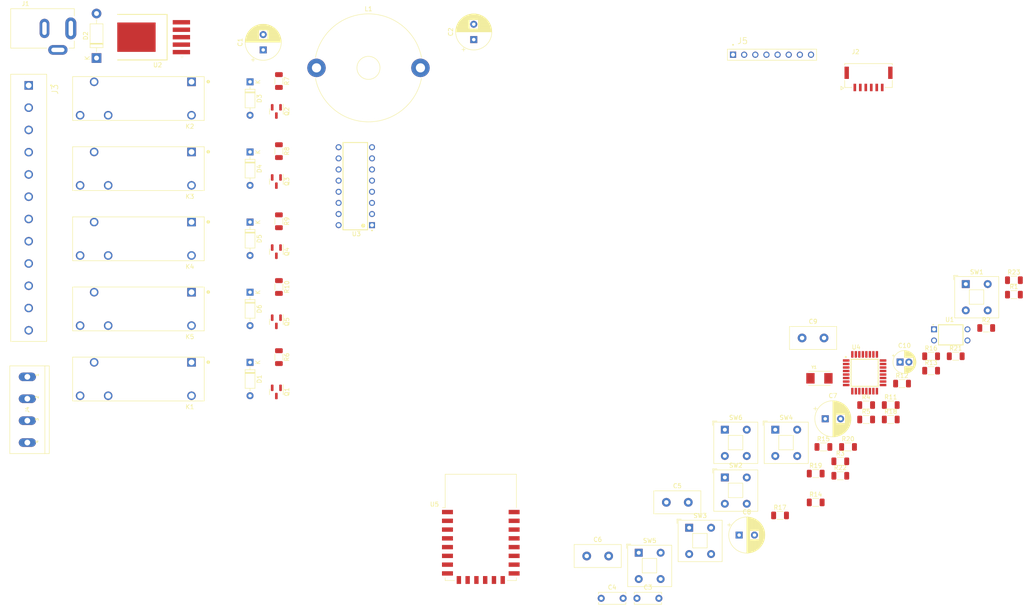
<source format=kicad_pcb>
(kicad_pcb (version 20211014) (generator pcbnew)
  (layers (0 "F.Cu" signal) (31 "B.Cu" signal) (34 "B.Paste" user) (35 "F.Paste" user) (36 "B.SilkS" user "B.Silkscreen") (37 "F.SilkS" user "F.Silkscreen") (38 "B.Mask" user) (39 "F.Mask" user) (44 "Edge.Cuts" user))
  (net 0 "")
  (net 1 "Net-(C1-Pad1)")
  (net 2 "GND")
  (net 3 "+3.3V")
  (net 4 "Net-(C3-Pad2)")
  (net 5 "Net-(C4-Pad2)")
  (net 6 "/NRST")
  (net 7 "/ESP RESET")
  (net 8 "+24V")
  (net 9 "Net-(D1-Pad2)")
  (net 10 "Net-(D2-Pad1)")
  (net 11 "Net-(D3-Pad2)")
  (net 12 "Net-(D4-Pad2)")
  (net 13 "Net-(D5-Pad2)")
  (net 14 "Net-(D6-Pad2)")
  (net 15 "/SYS SWCLK")
  (net 16 "/SYS SWDIO")
  (net 17 "/SWO")
  (net 18 "/V1 Open")
  (net 19 "/V1 Close")
  (net 20 "/V2 Open")
  (net 21 "/V2 Close")
  (net 22 "/V3 Open")
  (net 23 "/V3 Close")
  (net 24 "/V4 Open")
  (net 25 "/V4 Close")
  (net 26 "Net-(J4-Pad3)")
  (net 27 "/Rain Sensor")
  (net 28 "/Rain Sensor Power")
  (net 29 "/Scr RESET")
  (net 30 "/Scr CE{slash}DC")
  (net 31 "/Scr Din")
  (net 32 "/Scr CLK")
  (net 33 "/Scr Bl")
  (net 39 "Net-(Q1-Pad1)")
  (net 40 "Net-(Q2-Pad1)")
  (net 41 "Net-(Q3-Pad1)")
  (net 42 "Net-(Q4-Pad1)")
  (net 43 "Net-(Q5-Pad1)")
  (net 44 "/Rain Sensor Relay")
  (net 45 "Net-(R1-Pad2)")
  (net 46 "/Valve 1 Open")
  (net 47 "Net-(R2-Pad2)")
  (net 48 "/Valve 2 Open")
  (net 49 "Net-(R3-Pad2)")
  (net 50 "/Valve 3 Open")
  (net 51 "Net-(R4-Pad2)")
  (net 52 "/Valve 4 Open")
  (net 53 "Net-(R5-Pad2)")
  (net 54 "Net-(R6-Pad1)")
  (net 55 "Net-(R7-Pad1)")
  (net 56 "Net-(R8-Pad1)")
  (net 57 "Net-(R9-Pad1)")
  (net 58 "Net-(R10-Pad1)")
  (net 59 "Net-(R11-Pad1)")
  (net 60 "Net-(R13-Pad2)")
  (net 61 "Net-(R14-Pad1)")
  (net 62 "Net-(R15-Pad2)")
  (net 63 "Net-(R16-Pad2)")
  (net 64 "Net-(R18-Pad1)")
  (net 65 "/Up")
  (net 66 "Net-(R19-Pad1)")
  (net 67 "/Down")
  (net 68 "Net-(R20-Pad1)")
  (net 69 "/Left")
  (net 70 "Net-(R21-Pad1)")
  (net 71 "/Right")
  (net 72 "Net-(R22-Pad1)")
  (net 73 "/OK")
  (net 74 "Net-(R23-Pad1)")
  (net 75 "/Esc")
  (net 77 "/ESP Rx")
  (net 78 "/ESP Tx")
  (footprint "Resistor_SMD:R_1206_3216Metric" (layer "F.Cu") (at 234.3275 133.49)
    (fp_text reference "R20" (at 0 -1.82) (layer "F.SilkS"))
    (fp_text value "560R")
    (pad "1" smd roundrect (at -1.4625 0) (size 1.125 1.75) (layers "F.Cu" "F.Paste" "F.Mask") (roundrect_rratio 0.222222) (net 68 "Net-(R20-Pad1)"))
    (pad "2" smd roundrect (at 1.4625 0) (size 1.125 1.75) (layers "F.Cu" "F.Paste" "F.Mask") (roundrect_rratio 0.222222) (net 69 "/Left"))
  )
  (footprint "Capacitor_THT:CP_Radial_D8.0mm_P3.50mm" (layer "F.Cu") (at 229.132198 127.07)
    (fp_text reference "C7" (at 1.75 -5.25) (layer "F.SilkS"))
    (fp_text value "4.7uF")
    (pad "1" thru_hole rect (at 0 0) (size 1.6 1.6) (drill 0.8) (layers *.Cu *.Mask) (net 3 "+3.3V"))
    (pad "2" thru_hole circle (at 3.5 0) (size 1.6 1.6) (drill 0.8) (layers *.Cu *.Mask) (net 2 "GND"))
  )
  (footprint "Resistor_SMD:R_1206_3216Metric" (layer "F.Cu") (at 104.58 97 -90)
    (fp_text reference "R10" (at 0 -1.82 90) (layer "F.SilkS"))
    (fp_text value "560R")
    (pad "1" smd roundrect (at -1.4625 0 270) (size 1.125 1.75) (layers "F.Cu" "F.Paste" "F.Mask") (roundrect_rratio 0.222222) (net 58 "Net-(R10-Pad1)"))
    (pad "2" smd roundrect (at 1.4625 0 270) (size 1.125 1.75) (layers "F.Cu" "F.Paste" "F.Mask") (roundrect_rratio 0.222222) (net 43 "Net-(Q5-Pad1)"))
  )
  (footprint "Resistor_SMD:R_1206_3216Metric" (layer "F.Cu") (at 226.9575 139.57)
    (fp_text reference "R19" (at 0 -1.82) (layer "F.SilkS"))
    (fp_text value "560R")
    (pad "1" smd roundrect (at -1.4625 0) (size 1.125 1.75) (layers "F.Cu" "F.Paste" "F.Mask") (roundrect_rratio 0.222222) (net 66 "Net-(R19-Pad1)"))
    (pad "2" smd roundrect (at 1.4625 0) (size 1.125 1.75) (layers "F.Cu" "F.Paste" "F.Mask") (roundrect_rratio 0.222222) (net 67 "/Down"))
  )
  (footprint "Resistor_SMD:R_1206_3216Metric" (layer "F.Cu") (at 258.8775 112.8)
    (fp_text reference "R21" (at 0 -1.82) (layer "F.SilkS"))
    (fp_text value "560R")
    (pad "1" smd roundrect (at -1.4625 0) (size 1.125 1.75) (layers "F.Cu" "F.Paste" "F.Mask") (roundrect_rratio 0.222222) (net 70 "Net-(R21-Pad1)"))
    (pad "2" smd roundrect (at 1.4625 0) (size 1.125 1.75) (layers "F.Cu" "F.Paste" "F.Mask") (roundrect_rratio 0.222222) (net 71 "/Right"))
  )
  (footprint "Resistor_SMD:R_1206_3216Metric" (layer "F.Cu") (at 244.0675 123.94)
    (fp_text reference "R11" (at 0 -1.82) (layer "F.SilkS"))
    (fp_text value "390R")
    (pad "1" smd roundrect (at -1.4625 0) (size 1.125 1.75) (layers "F.Cu" "F.Paste" "F.Mask") (roundrect_rratio 0.222222) (net 59 "Net-(R11-Pad1)"))
    (pad "2" smd roundrect (at 1.4625 0) (size 1.125 1.75) (layers "F.Cu" "F.Paste" "F.Mask") (roundrect_rratio 0.222222) (net 5 "Net-(C4-Pad2)"))
  )
  (footprint "Diode_THT:D_DO-35_SOD27_P7.62mm_Horizontal" (layer "F.Cu") (at 98 98.19 -90)
    (fp_text reference "D6" (at 3.81 -2.12 90) (layer "F.SilkS"))
    (fp_text value "1N4148")
    (fp_text user "K" (at 0 -1.8 90) (layer "F.SilkS"))
    (pad "1" thru_hole rect (at 0 0 270) (size 1.6 1.6) (drill 0.8) (layers *.Cu *.Mask) (net 8 "+24V"))
    (pad "2" thru_hole oval (at 7.62 0 270) (size 1.6 1.6) (drill 0.8) (layers *.Cu *.Mask) (net 14 "Net-(D6-Pad2)"))
  )
  (footprint "SnapEDA Library:RELAY_1-1393223-7" (layer "F.Cu") (at 84.6575 114.19 180)
    (fp_text reference "K1" (at 0.381345 -10.169555) (layer "F.SilkS") (effects (font (size 1.000937 1.000937))))
    (fp_text value "V23061B1007A301")
    (pad "11" thru_hole circle locked (at 22.2 0 180) (size 1.95 1.95) (drill 1.3) (layers *.Cu *.Mask) (net 8 "+24V"))
    (pad "12" thru_hole circle locked (at 19 -7.62 180) (size 1.95 1.95) (drill 1.3) (layers *.Cu *.Mask))
    (pad "14" thru_hole circle locked (at 25.4 -7.62 180) (size 1.95 1.95) (drill 1.3) (layers *.Cu *.Mask) (net 28 "/Rain Sensor Power"))
    (pad "A1" thru_hole rect locked (at 0 0 180) (size 1.95 1.95) (drill 1.3) (layers *.Cu *.Mask) (net 8 "+24V"))
    (pad "A2" thru_hole circle locked (at 0 -7.62 180) (size 1.95 1.95) (drill 1.3) (layers *.Cu *.Mask) (net 9 "Net-(D1-Pad2)"))
  )
  (footprint "SnapEDA Library:MOLEX_5023820670" (layer "F.Cu") (at 239 49)
    (fp_text reference "J2" (at -2.95 -5.66) (layer "F.SilkS"))
    (fp_text value "502382-0670")
    (pad "1" smd rect locked (at -3.125 2.475) (size 0.6 1.7) (layers "F.Cu" "F.Paste") (net 3 "+3.3V"))
    (pad "2" smd rect locked (at -1.875 2.475) (size 0.6 1.7) (layers "F.Cu" "F.Paste") (net 2 "GND"))
    (pad "3" smd rect locked (at -0.625 2.475) (size 0.6 1.7) (layers "F.Cu" "F.Paste") (net 15 "/SYS SWCLK"))
    (pad "4" smd rect locked (at 0.625 2.475) (size 0.6 1.7) (layers "F.Cu" "F.Paste") (net 16 "/SYS SWDIO"))
    (pad "5" smd rect locked (at 1.875 2.475) (size 0.6 1.7) (layers "F.Cu" "F.Paste") (net 17 "/SWO"))
    (pad "6" smd rect locked (at 3.125 2.475) (size 0.6 1.7) (layers "F.Cu" "F.Paste") (net 6 "/NRST"))
    (pad "S1" smd rect locked (at -4.975 -0.875) (size 1 2.8) (layers "F.Cu" "F.Paste") (net 2 "GND"))
    (pad "S2" smd rect locked (at 4.975 -0.875) (size 1 2.8) (layers "F.Cu" "F.Paste") (net 2 "GND"))
  )
  (footprint "SnapEDA Library:TE_215297-8" (layer "F.Cu") (at 217 44)
    (fp_text reference "J5" (at -6.715 -3.149) (layer "F.SilkS") (effects (font (size 1.4 1.4))))
    (fp_text value "215297-8")
    (pad "1" thru_hole rect locked (at -8.89 0) (size 1.408 1.408) (drill 0.9) (layers *.Cu *.Mask) (net 29 "/Scr RESET"))
    (pad "2" thru_hole circle locked (at -6.35 0) (size 1.408 1.408) (drill 0.9) (layers *.Cu *.Mask) (net 30 "/Scr CE{slash}DC"))
    (pad "3" thru_hole circle locked (at -3.81 0) (size 1.408 1.408) (drill 0.9) (layers *.Cu *.Mask) (net 30 "/Scr CE{slash}DC"))
    (pad "4" thru_hole circle locked (at -1.27 0) (size 1.408 1.408) (drill 0.9) (layers *.Cu *.Mask) (net 31 "/Scr Din"))
    (pad "5" thru_hole circle locked (at 1.27 0) (size 1.408 1.408) (drill 0.9) (layers *.Cu *.Mask) (net 32 "/Scr CLK"))
    (pad "6" thru_hole circle locked (at 3.81 0) (size 1.408 1.408) (drill 0.9) (layers *.Cu *.Mask) (net 3 "+3.3V"))
    (pad "7" thru_hole circle locked (at 6.35 0) (size 1.408 1.408) (drill 0.9) (layers *.Cu *.Mask) (net 33 "/Scr Bl"))
    (pad "8" thru_hole circle locked (at 8.89 0) (size 1.408 1.408) (drill 0.9) (layers *.Cu *.Mask) (net 2 "GND"))
  )
  (footprint "Capacitor_THT:C_Disc_D10.5mm_W5.0mm_P5.00mm" (layer "F.Cu") (at 192.9075 146.13)
    (fp_text reference "C5" (at 2.5 -3.75) (layer "F.SilkS"))
    (fp_text value "100nF")
    (pad "1" thru_hole circle (at 0 0) (size 2 2) (drill 1) (layers *.Cu *.Mask) (net 6 "/NRST"))
    (pad "2" thru_hole circle (at 5 0) (size 2 2) (drill 1) (layers *.Cu *.Mask) (net 2 "GND"))
  )
  (footprint "Resistor_SMD:R_1206_3216Metric" (layer "F.Cu") (at 104.58 113 -90)
    (fp_text reference "R6" (at 0 -1.82 90) (layer "F.SilkS"))
    (fp_text value "560R")
    (pad "1" smd roundrect (at -1.4625 0 270) (size 1.125 1.75) (layers "F.Cu" "F.Paste" "F.Mask") (roundrect_rratio 0.222222) (net 54 "Net-(R6-Pad1)"))
    (pad "2" smd roundrect (at 1.4625 0 270) (size 1.125 1.75) (layers "F.Cu" "F.Paste" "F.Mask") (roundrect_rratio 0.222222) (net 39 "Net-(Q1-Pad1)"))
  )
  (footprint "Capacitor_THT:C_Disc_D10.5mm_W5.0mm_P5.00mm" (layer "F.Cu") (at 223.8575 108.63)
    (fp_text reference "C9" (at 2.5 -3.75) (layer "F.SilkS"))
    (fp_text value "100nF")
    (pad "1" thru_hole circle (at 0 0) (size 2 2) (drill 1) (layers *.Cu *.Mask) (net 7 "/ESP RESET"))
    (pad "2" thru_hole circle (at 5 0) (size 2 2) (drill 1) (layers *.Cu *.Mask) (net 2 "GND"))
  )
  (footprint "Resistor_SMD:R_1206_3216Metric" (layer "F.Cu") (at 244.0675 127.23)
    (fp_text reference "R18" (at 0 -1.82) (layer "F.SilkS"))
    (fp_text value "560R")
    (pad "1" smd roundrect (at -1.4625 0) (size 1.125 1.75) (layers "F.Cu" "F.Paste" "F.Mask") (roundrect_rratio 0.222222) (net 64 "Net-(R18-Pad1)"))
    (pad "2" smd roundrect (at 1.4625 0) (size 1.125 1.75) (layers "F.Cu" "F.Paste" "F.Mask") (roundrect_rratio 0.222222) (net 65 "/Up"))
  )
  (footprint "Resistor_SMD:R_1206_3216Metric" (layer "F.Cu") (at 238.4575 123.94)
    (fp_text reference "R4" (at 0 -1.82) (layer "F.SilkS"))
    (fp_text value "560R")
    (pad "1" smd roundrect (at -1.4625 0) (size 1.125 1.75) (layers "F.Cu" "F.Paste" "F.Mask") (roundrect_rratio 0.222222) (net 50 "/Valve 3 Open"))
    (pad "2" smd roundrect (at 1.4625 0) (size 1.125 1.75) (layers "F.Cu" "F.Paste" "F.Mask") (roundrect_rratio 0.222222) (net 51 "Net-(R4-Pad2)"))
  )
  (footprint "SnapEDA Library:1935187" (layer "F.Cu") (at 47.226 125 -90)
    (fp_text reference "J4" (at 0 0 90) (layer "F.SilkS") (effects (font (size 0.787402 0.787402))))
    (fp_text value "1935187")
    (fp_text user "3" (at 2.2225 -2.2225 90) (layer "F.SilkS") (effects (font (size 0.64 0.64))))
    (fp_text user "1" (at -7.9375 -2.2225 90) (layer "F.SilkS") (effects (font (size 0.64 0.64))))
    (fp_text user "2" (at -2.8575 -2.2225 90) (layer "F.SilkS") (effects (font (size 0.64 0.64))))
    (fp_text user "4" (at 7.3025 -2.2225 90) (layer "F.SilkS") (effects (font (size 0.64 0.64))))
    (pad "1" thru_hole oval locked (at -7.5 0 270) (size 1.95 3.9) (drill 1.3) (layers *.Cu *.Mask) (net 28 "/Rain Sensor Power"))
    (pad "2" thru_hole oval locked (at -2.5 0 270) (size 1.95 3.9) (drill 1.3) (layers *.Cu *.Mask) (net 2 "GND"))
    (pad "3" thru_hole oval locked (at 2.5 0 270) (size 1.95 3.9) (drill 1.3) (layers *.Cu *.Mask) (net 26 "Net-(J4-Pad3)"))
    (pad "4" thru_hole oval locked (at 7.5 0 270) (size 1.95 3.9) (drill 1.3) (layers *.Cu *.Mask) (net 27 "/Rain Sensor"))
  )
  (footprint "Button_Switch_THT:SW_Push_2P1T_Toggle_CK_PVA1xxH1xxxxxxV2" (layer "F.Cu") (at 261.1725 96.335)
    (fp_text reference "SW1" (at 2.5 -2.75) (layer "F.SilkS"))
    (fp_text value "SW_Push")
    (pad "1" thru_hole rect (at 0 0) (size 1.8 1.8) (drill 0.9) (layers *.Cu *.Mask) (net 3 "+3.3V"))
    (pad "2" thru_hole circle (at 5 0) (size 1.8 1.8) (drill 0.9) (layers *.Cu *.Mask) (net 64 "Net-(R18-Pad1)"))
    (pad "3" thru_hole circle (at 0 6) (size 1.8 1.8) (drill 0.9) (layers *.Cu *.Mask))
    (pad "4" thru_hole circle (at 5 6) (size 1.8 1.8) (drill 0.9) (layers *.Cu *.Mask))
  )
  (footprint "Resistor_SMD:R_1206_3216Metric" (layer "F.Cu") (at 272.1475 95.45)
    (fp_text reference "R23" (at 0 -1.82) (layer "F.SilkS"))
    (fp_text value "560R")
    (pad "1" smd roundrect (at -1.4625 0) (size 1.125 1.75) (layers "F.Cu" "F.Paste" "F.Mask") (roundrect_rratio 0.222222) (net 74 "Net-(R23-Pad1)"))
    (pad "2" smd roundrect (at 1.4625 0) (size 1.125 1.75) (layers "F.Cu" "F.Paste" "F.Mask") (roundrect_rratio 0.222222) (net 75 "/Esc"))
  )
  (footprint "Button_Switch_THT:SW_Push_2P1T_Toggle_CK_PVA1xxH1xxxxxxV2" (layer "F.Cu") (at 217.7425 129.555)
    (fp_text reference "SW4" (at 2.5 -2.75) (layer "F.SilkS"))
    (fp_text value "SW_Push")
    (pad "1" thru_hole rect (at 0 0) (size 1.8 1.8) (drill 0.9) (layers *.Cu *.Mask) (net 3 "+3.3V"))
    (pad "2" thru_hole circle (at 5 0) (size 1.8 1.8) (drill 0.9) (layers *.Cu *.Mask) (net 70 "Net-(R21-Pad1)"))
    (pad "3" thru_hole circle (at 0 6) (size 1.8 1.8) (drill 0.9) (layers *.Cu *.Mask))
    (pad "4" thru_hole circle (at 5 6) (size 1.8 1.8) (drill 0.9) (layers *.Cu *.Mask))
  )
  (footprint "Resistor_SMD:R_1206_3216Metric" (layer "F.Cu") (at 228.7175 133.49)
    (fp_text reference "R15" (at 0 -1.82) (layer "F.SilkS"))
    (fp_text value "10kR")
    (pad "1" smd roundrect (at -1.4625 0) (size 1.125 1.75) (layers "F.Cu" "F.Paste" "F.Mask") (roundrect_rratio 0.222222) (net 3 "+3.3V"))
    (pad "2" smd roundrect (at 1.4625 0) (size 1.125 1.75) (layers "F.Cu" "F.Paste" "F.Mask") (roundrect_rratio 0.222222) (net 62 "Net-(R15-Pad2)"))
  )
  (footprint "Inductor_THT:L_Radial_D24.4mm_P23.70mm_Murata_1400series" (layer "F.Cu") (at 113.15 47)
    (fp_text reference "L1" (at 11.85 -13.45) (layer "F.SilkS"))
    (fp_text value "68u")
    (pad "1" thru_hole circle (at 0 0) (size 4.2 4.2) (drill 2.1) (layers *.Cu *.Mask) (net 10 "Net-(D2-Pad1)"))
    (pad "2" thru_hole circle (at 23.7 0) (size 4.2 4.2) (drill 2.1) (layers *.Cu *.Mask) (net 3 "+3.3V"))
  )
  (footprint "SnapEDA Library:RELAY_1-1393223-7" (layer "F.Cu") (at 84.6575 50.19 180)
    (fp_text reference "K2" (at 0.381345 -10.169555) (layer "F.SilkS") (effects (font (size 1.000937 1.000937))))
    (fp_text value "V23061B1007A301")
    (pad "11" thru_hole circle locked (at 22.2 0 180) (size 1.95 1.95) (drill 1.3) (layers *.Cu *.Mask) (net 8 "+24V"))
    (pad "12" thru_hole circle locked (at 19 -7.62 180) (size 1.95 1.95) (drill 1.3) (layers *.Cu *.Mask))
    (pad "14" thru_hole circle locked (at 25.4 -7.62 180) (size 1.95 1.95) (drill 1.3) (layers *.Cu *.Mask) (net 18 "/V1 Open"))
    (pad "A1" thru_hole rect locked (at 0 0 180) (size 1.95 1.95) (drill 1.3) (layers *.Cu *.Mask) (net 8 "+24V"))
    (pad "A2" thru_hole circle locked (at 0 -7.62 180) (size 1.95 1.95) (drill 1.3) (layers *.Cu *.Mask) (net 11 "Net-(D3-Pad2)"))
  )
  (footprint "SnapEDA Library:RELAY_1-1393223-7" (layer "F.Cu") (at 84.6575 98.19 180)
    (fp_text reference "K5" (at 0.381345 -10.169555) (layer "F.SilkS") (effects (font (size 1.000937 1.000937))))
    (fp_text value "V23061B1007A301")
    (pad "11" thru_hole circle locked (at 22.2 0 180) (size 1.95 1.95) (drill 1.3) (layers *.Cu *.Mask) (net 8 "+24V"))
    (pad "12" thru_hole circle locked (at 19 -7.62 180) (size 1.95 1.95) (drill 1.3) (layers *.Cu *.Mask))
    (pad "14" thru_hole circle locked (at 25.4 -7.62 180) (size 1.95 1.95) (drill 1.3) (layers *.Cu *.Mask) (net 24 "/V4 Open"))
    (pad "A1" thru_hole rect locked (at 0 0 180) (size 1.95 1.95) (drill 1.3) (layers *.Cu *.Mask) (net 8 "+24V"))
    (pad "A2" thru_hole circle locked (at 0 -7.62 180) (size 1.95 1.95) (drill 1.3) (layers *.Cu *.Mask) (net 14 "Net-(D6-Pad2)"))
  )
  (footprint "Diode_THT:D_DO-41_SOD81_P10.16mm_Horizontal" (layer "F.Cu") (at 63 44.76 90)
    (fp_text reference "D2" (at 5.08 -2.47 90) (layer "F.SilkS"))
    (fp_text value "1N5819")
    (fp_text user "K" (at 0 -2.1 90) (layer "F.SilkS"))
    (pad "1" thru_hole rect (at 0 0 90) (size 2.2 2.2) (drill 1.1) (layers *.Cu *.Mask) (net 10 "Net-(D2-Pad1)"))
    (pad "2" thru_hole oval (at 10.16 0 90) (size 2.2 2.2) (drill 1.1) (layers *.Cu *.Mask) (net 2 "GND"))
  )
  (footprint "Package_TO_SOT_SMD:SOT-23" (layer "F.Cu") (at 104 88.94 -90)
    (fp_text reference "Q4" (at 0 -2.4 90) (layer "F.SilkS"))
    (fp_text value "MMBT3904")
    (pad "1" smd roundrect (at -0.9375 -0.95 270) (size 1.475 0.6) (layers "F.Cu" "F.Paste" "F.Mask") (net 42 "Net-(Q4-Pad1)"))
    (pad "2" smd roundrect (at -0.9375 0.95 270) (size 1.475 0.6) (layers "F.Cu" "F.Paste" "F.Mask") (net 2 "GND"))
    (pad "3" smd roundrect (at 0.9375 0 270) (size 1.475 0.6) (layers "F.Cu" "F.Paste" "F.Mask") (net 13 "Net-(D5-Pad2)"))
  )
  (footprint "Resistor_SMD:R_1206_3216Metric" (layer "F.Cu") (at 238.4575 127.23)
    (fp_text reference "R5" (at 0 -1.82) (layer "F.SilkS"))
    (fp_text value "560R")
    (pad "1" smd roundrect (at -1.4625 0) (size 1.125 1.75) (layers "F.Cu" "F.Paste" "F.Mask") (roundrect_rratio 0.222222) (net 52 "/Valve 4 Open"))
    (pad "2" smd roundrect (at 1.4625 0) (size 1.125 1.75) (layers "F.Cu" "F.Paste" "F.Mask") (roundrect_rratio 0.222222) (net 53 "Net-(R5-Pad2)"))
  )
  (footprint "Capacitor_THT:C_Disc_D6.0mm_W2.5mm_P5.00mm" (layer "F.Cu") (at 186.2075 168.03)
    (fp_text reference "C3" (at 2.5 -2.5) (layer "F.SilkS"))
    (fp_text value "18pF")
    (pad "1" thru_hole circle (at 0 0) (size 1.6 1.6) (drill 0.8) (layers *.Cu *.Mask) (net 2 "GND"))
    (pad "2" thru_hole circle (at 5 0) (size 1.6 1.6) (drill 0.8) (layers *.Cu *.Mask) (net 4 "Net-(C3-Pad2)"))
  )
  (footprint "SnapEDA Library:LUMBERG_NEB_21_R" (layer "F.Cu") (at 51.1375 38)
    (fp_text reference "J1" (at -4.325 -5.635) (layer "F.SilkS"))
    (fp_text value "NEB_21_R")
    (pad "B" thru_hole oval locked (at 3.05 4.9) (size 4.4 2.2) (drill oval 3 1) (layers *.Cu *.Mask) (net 2 "GND"))
    (pad "J" thru_hole oval locked (at 6 0) (size 2.5 5) (drill oval 1 3.5) (layers *.Cu *.Mask) (net 1 "Net-(C1-Pad1)"))
    (pad "S" thru_hole oval locked (at 0 0) (size 2.2 4.4) (drill oval 1 3) (layers *.Cu *.Mask) (net 2 "GND"))
  )
  (footprint "SnapEDA Library:DIP762W51P254L1992H425Q16" (layer "F.Cu") (at 122 74 180)
    (fp_text reference "U3" (at -0.24626 -10.888) (layer "F.SilkS") (effects (font (size 1.001102 1.001102))))
    (fp_text value "K845P")
    (pad "1" thru_hole rect locked (at -3.81 -8.89 180) (size 1.358 1.358) (drill 0.85) (layers *.Cu *.Mask) (net 47 "Net-(R2-Pad2)"))
    (pad "2" thru_hole circle locked (at -3.81 -6.35 180) (size 1.358 1.358) (drill 0.85) (layers *.Cu *.Mask) (net 2 "GND"))
    (pad "3" thru_hole circle locked (at -3.81 -3.81 180) (size 1.358 1.358) (drill 0.85) (layers *.Cu *.Mask) (net 49 "Net-(R3-Pad2)"))
    (pad "4" thru_hole circle locked (at -3.81 -1.27 180) (size 1.358 1.358) (drill 0.85) (layers *.Cu *.Mask) (net 2 "GND"))
    (pad "5" thru_hole circle locked (at -3.81 1.27 180) (size 1.358 1.358) (drill 0.85) (layers *.Cu *.Mask) (net 51 "Net-(R4-Pad2)"))
    (pad "6" thru_hole circle locked (at -3.81 3.81 180) (size 1.358 1.358) (drill 0.85) (layers *.Cu *.Mask) (net 2 "GND"))
    (pad "7" thru_hole circle locked (at -3.81 6.35 180) (size 1.358 1.358) (drill 0.85) (layers *.Cu *.Mask) (net 53 "Net-(R5-Pad2)"))
    (pad "8" thru_hole circle locked (at -3.81 8.89 180) (size 1.358 1.358) (drill 0.85) (layers *.Cu *.Mask) (net 2 "GND"))
    (pad "9" thru_hole circle locked (at 3.81 8.89 180) (size 1.358 1.358) (drill 0.85) (layers *.Cu *.Mask) (net 58 "Net-(R10-Pad1)"))
    (pad "10" thru_hole circle locked (at 3.81 6.35 180) (size 1.358 1.358) (drill 0.85) (layers *.Cu *.Mask) (net 8 "+24V"))
    (pad "11" thru_hole circle locked (at 3.81 3.81 180) (size 1.358 1.358) (drill 0.85) (layers *.Cu *.Mask) (net 57 "Net-(R9-Pad1)"))
    (pad "12" thru_hole circle locked (at 3.81 1.27 180) (size 1.358 1.358) (drill 0.85) (layers *.Cu *.Mask) (net 8 "+24V"))
    (pad "13" thru_hole circle locked (at 3.81 -1.27 180) (size 1.358 1.358) (drill 0.85) (layers *.Cu *.Mask) (net 56 "Net-(R8-Pad1)"))
    (pad "14" thru_hole circle locked (at 3.81 -3.81 180) (size 1.358 1.358) (drill 0.85) (layers *.Cu *.Mask) (net 8 "+24V"))
    (pad "15" thru_hole circle locked (at 3.81 -6.35 180) (size 1.358 1.358) (drill 0.85) (layers *.Cu *.Mask) (net 55 "Net-(R7-Pad1)"))
    (pad "16" thru_hole circle locked (at 3.81 -8.89 180) (size 1.358 1.358) (drill 0.85) (layers *.Cu *.Mask) (net 8 "+24V"))
  )
  (footprint "Button_Switch_THT:SW_Push_2P1T_Toggle_CK_PVA1xxH1xxxxxxV2" (layer "F.Cu") (at 186.6125 157.635)
    (fp_text reference "SW5" (at 2.5 -2.75) (layer "F.SilkS"))
    (fp_text value "SW_Push")
    (pad "1" thru_hole rect (at 0 0) (size 1.8 1.8) (drill 0.9) (layers *.Cu *.Mask) (net 3 "+3.3V"))
    (pad "2" thru_hole circle (at 5 0) (size 1.8 1.8) (drill 0.9) (layers *.Cu *.Mask) (net 72 "Net-(R22-Pad1)"))
    (pad "3" thru_hole circle (at 0 6) (size 1.8 1.8) (drill 0.9) (layers *.Cu *.Mask))
    (pad "4" thru_hole circle (at 5 6) (size 1.8 1.8) (drill 0.9) (layers *.Cu *.Mask))
  )
  (footprint "Package_TO_SOT_SMD:SOT-23" (layer "F.Cu") (at 104 56.94 -90)
    (fp_text reference "Q2" (at 0 -2.4 90) (layer "F.SilkS"))
    (fp_text value "MMBT3904")
    (pad "1" smd roundrect (at -0.9375 -0.95 270) (size 1.475 0.6) (layers "F.Cu" "F.Paste" "F.Mask") (net 40 "Net-(Q2-Pad1)"))
    (pad "2" smd roundrect (at -0.9375 0.95 270) (size 1.475 0.6) (layers "F.Cu" "F.Paste" "F.Mask") (net 2 "GND"))
    (pad "3" smd roundrect (at 0.9375 0 270) (size 1.475 0.6) (layers "F.Cu" "F.Paste" "F.Mask") (net 11 "Net-(D3-Pad2)"))
  )
  (footprint "Capacitor_THT:CP_Radial_D8.0mm_P3.50mm" (layer "F.Cu") (at 101 42.905302 90)
    (fp_text reference "C1" (at 1.75 -5.25 90) (layer "F.SilkS"))
    (fp_text value "150u")
    (pad "1" thru_hole rect (at 0 0 90) (size 1.6 1.6) (drill 0.8) (layers *.Cu *.Mask) (net 1 "Net-(C1-Pad1)"))
    (pad "2" thru_hole circle (at 3.5 0 90) (size 1.6 1.6) (drill 0.8) (layers *.Cu *.Mask) (net 2 "GND"))
  )
  (footprint "Button_Switch_THT:SW_Push_2P1T_Toggle_CK_PVA1xxH1xxxxxxV2" (layer "F.Cu") (at 206.2425 129.555)
    (fp_text reference "SW6" (at 2.5 -2.75) (layer "F.SilkS"))
    (fp_text value "SW_Push")
    (pad "1" thru_hole rect (at 0 0) (size 1.8 1.8) (drill 0.9) (layers *.Cu *.Mask) (net 3 "+3.3V"))
    (pad "2" thru_hole circle (at 5 0) (size 1.8 1.8) (drill 0.9) (layers *.Cu *.Mask) (net 74 "Net-(R23-Pad1)"))
    (pad "3" thru_hole circle (at 0 6) (size 1.8 1.8) (drill 0.9) (layers *.Cu *.Mask))
    (pad "4" thru_hole circle (at 5 6) (size 1.8 1.8) (drill 0.9) (layers *.Cu *.Mask))
  )
  (footprint "Resistor_SMD:R_1206_3216Metric" (layer "F.Cu") (at 104.58 66 -90)
    (fp_text reference "R8" (at 0 -1.82 90) (layer "F.SilkS"))
    (fp_text value "560R")
    (pad "1" smd roundrect (at -1.4625 0 270) (size 1.125 1.75) (layers "F.Cu" "F.Paste" "F.Mask") (roundrect_rratio 0.222222) (net 56 "Net-(R8-Pad1)"))
    (pad "2" smd roundrect (at 1.4625 0 270) (size 1.125 1.75) (layers "F.Cu" "F.Paste" "F.Mask") (roundrect_rratio 0.222222) (net 41 "Net-(Q3-Pad1)"))
  )
  (footprint "Resistor_SMD:R_1206_3216Metric" (layer "F.Cu") (at 272.1475 98.74)
    (fp_text reference "R1" (at 0 -1.82) (layer "F.SilkS"))
    (fp_text value "560R")
    (pad "1" smd roundrect (at -1.4625 0) (size 1.125 1.75) (layers "F.Cu" "F.Paste" "F.Mask") (roundrect_rratio 0.222222) (net 44 "/Rain Sensor Relay"))
    (pad "2" smd roundrect (at 1.4625 0) (size 1.125 1.75) (layers "F.Cu" "F.Paste" "F.Mask") (roundrect_rratio 0.222222) (net 45 "Net-(R1-Pad2)"))
  )
  (footprint "Resistor_SMD:R_1206_3216Metric" (layer "F.Cu") (at 226.9575 146.15)
    (fp_text reference "R14" (at 0 -1.82) (layer "F.SilkS"))
    (fp_text value "10kR")
    (pad "1" smd roundrect (at -1.4625 0) (size 1.125 1.75) (layers "F.Cu" "F.Paste" "F.Mask") (roundrect_rratio 0.222222) (net 61 "Net-(R14-Pad1)"))
    (pad "2" smd roundrect (at 1.4625 0) (size 1.125 1.75) (layers "F.Cu" "F.Paste" "F.Mask") (roundrect_rratio 0.222222) (net 2 "GND"))
  )
  (footprint "Diode_THT:D_DO-35_SOD27_P7.62mm_Horizontal" (layer "F.Cu") (at 98 114.19 -90)
    (fp_text reference "D1" (at 3.81 -2.12 90) (layer "F.SilkS"))
    (fp_text value "1N4148")
    (fp_text user "K" (at 0 -1.8 90) (layer "F.SilkS"))
    (pad "1" thru_hole rect (at 0 0 270) (size 1.6 1.6) (drill 0.8) (layers *.Cu *.Mask) (net 8 "+24V"))
    (pad "2" thru_hole oval (at 7.62 0 270) (size 1.6 1.6) (drill 0.8) (layers *.Cu *.Mask) (net 9 "Net-(D1-Pad2)"))
  )
  (footprint "Resistor_SMD:R_1206_3216Metric" (layer "F.Cu") (at 232.5675 136.78)
    (fp_text reference "R3" (at 0 -1.82) (layer "F.SilkS"))
    (fp_text value "560R")
    (pad "1" smd roundrect (at -1.4625 0) (size 1.125 1.75) (layers "F.Cu" "F.Paste" "F.Mask") (roundrect_rratio 0.222222) (net 48 "/Valve 2 Open"))
    (pad "2" smd roundrect (at 1.4625 0) (size 1.125 1.75) (layers "F.Cu" "F.Paste" "F.Mask") (roundrect_rratio 0.222222) (net 49 "Net-(R3-Pad2)"))
  )
  (footprint "Resistor_SMD:R_1206_3216Metric" (layer "F.Cu") (at 253.2675 116.09)
    (fp_text reference "R13" (at 0 -1.82) (layer "F.SilkS"))
    (fp_text value "10kR")
    (pad "1" smd roundrect (at -1.4625 0) (size 1.125 1.75) (layers "F.Cu" "F.Paste" "F.Mask") (roundrect_rratio 0.222222) (net 3 "+3.3V"))
    (pad "2" smd roundrect (at 1.4625 0) (size 1.125 1.75) (layers "F.Cu" "F.Paste" "F.Mask") (roundrect_rratio 0.222222) (net 60 "Net-(R13-Pad2)"))
  )
  (footprint "Package_TO_SOT_SMD:SOT-23" (layer "F.Cu") (at 104 72.94 -90)
    (fp_text reference "Q3" (at 0 -2.4 90) (layer "F.SilkS"))
    (fp_text value "MMBT3904")
    (pad "1" smd roundrect (at -0.9375 -0.95 270) (size 1.475 0.6) (layers "F.Cu" "F.Paste" "F.Mask") (net 41 "Net-(Q3-Pad1)"))
    (pad "2" smd roundrect (at -0.9375 0.95 270) (size 1.475 0.6) (layers "F.Cu" "F.Paste" "F.Mask") (net 2 "GND"))
    (pad "3" smd roundrect (at 0.9375 0 270) (size 1.475 0.6) (layers "F.Cu" "F.Paste" "F.Mask") (net 12 "Net-(D4-Pad2)"))
  )
  (footprint "Button_Switch_THT:SW_Push_2P1T_Toggle_CK_PVA1xxH1xxxxxxV2" (layer "F.Cu") (at 198.1125 151.935)
    (fp_text reference "SW3" (at 2.5 -2.75) (layer "F.SilkS"))
    (fp_text value "SW_Push")
    (pad "1" thru_hole rect (at 0 0) (size 1.8 1.8) (drill 0.9) (layers *.Cu *.Mask) (net 3 "+3.3V"))
    (pad "2" thru_hole circle (at 5 0) (size 1.8 1.8) (drill 0.9) (layers *.Cu *.Mask) (net 68 "Net-(R20-Pad1)"))
    (pad "3" thru_hole circle (at 0 6) (size 1.8 1.8) (drill 0.9) (layers *.Cu *.Mask))
    (pad "4" thru_hole circle (at 5 6) (size 1.8 1.8) (drill 0.9) (layers *.Cu *.Mask))
  )
  (footprint "Resistor_SMD:R_1206_3216Metric" (layer "F.Cu") (at 246.6375 119.04)
    (fp_text reference "R12" (at 0 -1.82) (layer "F.SilkS"))
    (fp_text value "10kR")
    (pad "1" smd roundrect (at -1.4625 0) (size 1.125 1.75) (layers "F.Cu" "F.Paste" "F.Mask") (roundrect_rratio 0.222222) (net 3 "+3.3V"))
    (pad "2" smd roundrect (at 1.4625 0) (size 1.125 1.75) (layers "F.Cu" "F.Paste" "F.Mask") (roundrect_rratio 0.222222) (net 7 "/ESP RESET"))
  )
  (footprint "SnapEDA Library:XTAL_ABM3-8.000MHZ-D2Y-T" (layer "F.Cu") (at 227.8075 117.83)
    (fp_text reference "Y1" (at -1.218 -2.5064) (layer "F.SilkS") (effects (font (size 0.64 0.64))))
    (fp_text value "ABM3-8.000MHZ-D2Y-T")
    (pad "1" smd rect locked (at -2.05 0) (size 1.9 2.4) (layers "F.Cu" "F.Paste" "F.Mask") (net 4 "Net-(C3-Pad2)"))
    (pad "2" smd rect locked (at 2.05 0) (size 1.9 2.4) (layers "F.Cu" "F.Paste" "F.Mask") (net 5 "Net-(C4-Pad2)"))
  )
  (footprint "Diode_THT:D_DO-35_SOD27_P7.62mm_Horizontal" (layer "F.Cu") (at 98 50.19 -90)
    (fp_text reference "D3" (at 3.81 -2.12 90) (layer "F.SilkS"))
    (fp_text value "1N4148")
    (fp_text user "K" (at 0 -1.8 90) (layer "F.SilkS"))
    (pad "1" thru_hole rect (at 0 0 270) (size 1.6 1.6) (drill 0.8) (layers *.Cu *.Mask) (net 8 "+24V"))
    (pad "2" thru_hole oval (at 7.62 0 270) (size 1.6 1.6) (drill 0.8) (layers *.Cu *.Mask) (net 11 "Net-(D3-Pad2)"))
  )
  (footprint "Button_Switch_THT:SW_Push_2P1T_Toggle_CK_PVA1xxH1xxxxxxV2" (layer "F.Cu") (at 206.2425 140.455)
    (fp_text reference "SW2" (at 2.5 -2.75) (layer "F.SilkS"))
    (fp_text value "SW_Push")
    (pad "1" thru_hole rect (at 0 0) (size 1.8 1.8) (drill 0.9) (layers *.Cu *.Mask) (net 3 "+3.3V"))
    (pad "2" thru_hole circle (at 5 0) (size 1.8 1.8) (drill 0.9) (layers *.Cu *.Mask) (net 66 "Net-(R19-Pad1)"))
    (pad "3" thru_hole circle (at 0 6) (size 1.8 1.8) (drill 0.9) (layers *.Cu *.Mask))
    (pad "4" thru_hole circle (at 5 6) (size 1.8 1.8) (drill 0.9) (layers *.Cu *.Mask))
  )
  (footprint "SnapEDA Library:DIP762W50P254L977H451Q8" (layer "F.Cu") (at 257.7475 107.83)
    (fp_text reference "U1" (at -0.251035 -3.389655) (layer "F.SilkS") (effects (font (size 1.000197 1.000197))))
    (fp_text value "K815P")
    (pad "1" thru_hole rect locked (at -3.81 -1.17) (size 1.35 1.35) (drill 0.85) (layers *.Cu *.Mask) (net 45 "Net-(R1-Pad2)"))
    (pad "2" thru_hole circle locked (at -3.81 1.37) (size 1.35 1.35) (drill 0.85) (layers *.Cu *.Mask) (net 2 "GND"))
    (pad "3" thru_hole circle locked (at 3.81 1.37) (size 1.35 1.35) (drill 0.85) (layers *.Cu *.Mask) (net 54 "Net-(R6-Pad1)"))
    (pad "4" thru_hole circle locked (at 3.81 -1.17) (size 1.35 1.35) (drill 0.85) (layers *.Cu *.Mask) (net 8 "+24V"))
  )
  (footprint "Resistor_SMD:R_1206_3216Metric" (layer "F.Cu") (at 232.5675 140.07)
    (fp_text reference "R22" (at 0 -1.82) (layer "F.SilkS"))
    (fp_text value "560R")
    (pad "1" smd roundrect (at -1.4625 0) (size 1.125 1.75) (layers "F.Cu" "F.Paste" "F.Mask") (roundrect_rratio 0.222222) (net 72 "Net-(R22-Pad1)"))
    (pad "2" smd roundrect (at 1.4625 0) (size 1.125 1.75) (layers "F.Cu" "F.Paste" "F.Mask") (roundrect_rratio 0.222222) (net 73 "/OK"))
  )
  (footprint "Resistor_SMD:R_1206_3216Metric" (layer "F.Cu") (at 218.8275 149.12)
    (fp_text reference "R17" (at 0 -1.82) (layer "F.SilkS"))
    (fp_text value "560R")
    (pad "1" smd roundrect (at -1.4625 0) (size 1.125 1.75) (layers "F.Cu" "F.Paste" "F.Mask") (roundrect_rratio 0.222222) (net 3 "+3.3V"))
    (pad "2" smd roundrect (at 1.4625 0) (size 1.125 1.75) (layers "F.Cu" "F.Paste" "F.Mask") (roundrect_rratio 0.222222) (net 26 "Net-(J4-Pad3)"))
  )
  (footprint "Capacitor_THT:C_Disc_D10.5mm_W5.0mm_P5.00mm" (layer "F.Cu") (at 174.7575 158.38)
    (fp_text reference "C6" (at 2.5 -3.75) (layer "F.SilkS"))
    (fp_text value "100nF")
    (pad "1" thru_hole circle (at 0 0) (size 2 2) (drill 1) (layers *.Cu *.Mask) (net 3 "+3.3V"))
    (pad "2" thru_hole circle (at 5 0) (size 2 2) (drill 1) (layers *.Cu *.Mask) (net 2 "GND"))
  )
  (footprint "SnapEDA Library:RELAY_1-1393223-7" (layer "F.Cu") (at 84.6575 82.19 180)
    (fp_text reference "K4" (at 0.381345 -10.169555) (layer "F.SilkS") (effects (font (size 1.000937 1.000937))))
    (fp_text value "V23061B1007A301")
    (pad "11" thru_hole circle locked (at 22.2 0 180) (size 1.95 1.95) (drill 1.3) (layers *.Cu *.Mask) (net 8 "+24V"))
    (pad "12" thru_hole circle locked (at 19 -7.62 180) (size 1.95 1.95) (drill 1.3) (layers *.Cu *.Mask))
    (pad "14" thru_hole circle locked (at 25.4 -7.62 180) (size 1.95 1.95) (drill 1.3) (layers *.Cu *.Mask) (net 22 "/V3 Open"))
    (pad "A1" thru_hole rect locked (at 0 0 180) (size 1.95 1.95) (drill 1.3) (layers *.Cu *.Mask) (net 8 "+24V"))
    (pad "A2" thru_hole circle locked (at 0 -7.62 180) (size 1.95 1.95) (drill 1.3) (layers *.Cu *.Mask) (net 13 "Net-(D5-Pad2)"))
  )
  (footprint "Capacitor_THT:CP_Radial_D5.0mm_P2.00mm" (layer "F.Cu") (at 246.197275 114.12)
    (fp_text reference "C10" (at 1 -3.75) (layer "F.SilkS"))
    (fp_text value "1uF")
    (pad "1" thru_hole rect (at 0 0) (size 1.6 1.6) (drill 0.8) (layers *.Cu *.Mask) (net 3 "+3.3V"))
    (pad "2" thru_hole circle (at 2 0) (size 1.6 1.6) (drill 0.8) (layers *.Cu *.Mask) (net 2 "GND"))
  )
  (footprint "SnapEDA Library:CUI_TB006-508-12BE" (layer "F.Cu") (at 47.5375 51 -90)
    (fp_text reference "J3" (at 0.905 -5.989 90) (layer "F.SilkS") (effects (font (size 1.4 1.4))))
    (fp_text value "TB006-508-12BE")
    (pad "1" thru_hole rect locked (at 0 0 270) (size 1.95 1.95) (drill 1.3) (layers *.Cu *.Mask) (net 18 "/V1 Open"))
    (pad "2" thru_hole circle locked (at 5.08 0 270) (size 1.95 1.95) (drill 1.3) (layers *.Cu *.Mask) (net 19 "/V1 Close"))
    (pad "3" thru_hole circle locked (at 10.16 0 270) (size 1.95 1.95) (drill 1.3) (layers *.Cu *.Mask) (net 2 "GND"))
    (pad "4" thru_hole circle locked (at 15.24 0 270) (size 1.95 1.95) (drill 1.3) (layers *.Cu *.Mask) (net 20 "/V2 Open"))
    (pad "5" thru_hole circle locked (at 20.32 0 270) (size 1.95 1.95) (drill 1.3) (layers *.Cu *.Mask) (net 21 "/V2 Close"))
    (pad "6" thru_hole circle locked (at 25.4 0 270) (size 1.95 1.95) (drill 1.3) (layers *.Cu *.Mask) (net 2 "GND"))
    (pad "7" thru_hole circle locked (at 30.48 0 270) (size 1.95 1.95) (drill 1.3) (layers *.Cu *.Mask) (net 22 "/V3 Open"))
    (pad "8" thru_hole circle locked (at 35.56 0 270) (size 1.95 1.95) (drill 1.3) (layers *.Cu *.Mask) (net 23 "/V3 Close"))
    (pad "9" thru_hole circle locked (at 40.64 0 270) (size 1.95 1.95) (drill 1.3) (layers *.Cu *.Mask) (net 2 "GND"))
    (pad "10" thru_hole circle locked (at 45.72 0 270) (size 1.95 1.95) (drill 1.3) (layers *.Cu *.Mask) (net 24 "/V4 Open"))
    (pad "11" thru_hole circle locked (at 50.8 0 270) (size 1.95 1.95) (drill 1.3) (layers *.Cu *.Mask) (net 25 "/V4 Close"))
    (pad "12" thru_hole circle locked (at 55.88 0 270) (size 1.95 1.95) (drill 1.3) (layers *.Cu *.Mask) (net 2 "GND"))
  )
  (footprint "Capacitor_THT:CP_Radial_D8.0mm_P3.50mm" (layer "F.Cu") (at 149 40.55 90)
    (fp_text reference "C2" (at 1.75 -5.25 90) (layer "F.SilkS"))
    (fp_text value "330u")
    (pad "1" thru_hole rect (at 0 0 90) (size 1.6 1.6) (drill 0.8) (layers *.Cu *.Mask) (net 3 "+3.3V"))
    (pad "2" thru_hole circle (at 3.5 0 90) (size 1.6 1.6) (drill 0.8) (layers *.Cu *.Mask) (net 2 "GND"))
  )
  (footprint "RF_Module:ESP-12E" (layer "F.Cu") (at 150.6075 151.85)
    (fp_text reference "U5" (at -10.56 -5.26) (layer "F.SilkS"))
    (fp_text value "ESP-12E")
    (pad "1" smd rect (at -7.6 -3.5) (size 2.5 1) (layers "F.Cu" "F.Paste" "F.Mask") (net 7 "/ESP RESET"))
    (pad "2" smd rect (at -7.6 -1.5) (size 2.5 1) (layers "F.Cu" "F.Paste" "F.Mask"))
    (pad "3" smd rect (at -7.6 0.5) (size 2.5 1) (layers "F.Cu" "F.Paste" "F.Mask") (net 60 "Net-(R13-Pad2)"))
    (pad "4" smd rect (at -7.6 2.5) (size 2.5 1) (layers "F.Cu" "F.Paste" "F.Mask"))
    (pad "5" smd rect (at -7.6 4.5) (size 2.5 1) (layers "F.Cu" "F.Paste" "F.Mask"))
    (pad "6" smd rect (at -7.6 6.5) (size 2.5 1) (layers "F.Cu" "F.Paste" "F.Mask"))
    (pad "7" smd rect (at -7.6 8.5) (size 2.5 1) (layers "F.Cu" "F.Paste" "F.Mask"))
    (pad "8" smd rect (at -7.6 10.5) (size 2.5 1) (layers "F.Cu" "F.Paste" "F.Mask") (net 3 "+3.3V"))
    (pad "9" smd rect (at -5 12) (size 1 1.8) (layers "F.Cu" "F.Paste" "F.Mask"))
    (pad "10" smd rect (at -3 12) (size 1 1.8) (layers "F.Cu" "F.Paste" "F.Mask"))
    (pad "11" smd rect (at -1 12) (size 1 1.8) (layers "F.Cu" "F.Paste" "F.Mask"))
    (pad "12" smd rect (at 1 12) (size 1 1.8) (layers "F.Cu" "F.Paste" "F.Mask"))
    (pad "13" smd rect (at 3 12) (size 1 1.8) (layers "F.Cu" "F.Paste" "F.Mask"))
    (pad "14" smd rect (at 5 12) (size 1 1.8) (layers "F.Cu" "F.Paste" "F.Mask"))
    (pad "15" smd rect (at 7.6 10.5) (size 2.5 1) (layers "F.Cu" "F.Paste" "F.Mask") (net 2 "GND"))
    (pad "16" smd rect (at 7.6 8.5) (size 2.5 1) (layers "F.Cu" "F.Paste" "F.Mask") (net 61 "Net-(R14-Pad1)"))
    (pad "17" smd rect (at 7.6 6.5) (size 2.5 1) (layers "F.Cu" "F.Paste" "F.Mask") (net 63 "Net-(R16-Pad2)"))
    (pad "18" smd rect (at 7.6 4.5) (size 2.5 1) (layers "F.Cu" "F.Paste" "F.Mask") (net 62 "Net-(R15-Pad2)"))
    (pad "19" smd rect (at 7.6 2.5) (size 2.5 1) (layers "F.Cu" "F.Paste" "F.Mask"))
    (pad "20" smd rect (at 7.6 0.5) (size 2.5 1) (layers "F.Cu" "F.Paste" "F.Mask"))
    (pad "21" smd rect (at 7.6 -1.5) (size 2.5 1) (layers "F.Cu" "F.Paste" "F.Mask") (net 77 "/ESP Rx"))
    (pad "22" smd rect (at 7.6 -3.5) (size 2.5 1) (layers "F.Cu" "F.Paste" "F.Mask") (net 78 "/ESP Tx"))
  )
  (footprint "SnapEDA Library:RELAY_1-1393223-7" (layer "F.Cu") (at 84.6575 66.19 180)
    (fp_text reference "K3" (at 0.381345 -10.169555) (layer "F.SilkS") (effects (font (size 1.000937 1.000937))))
    (fp_text value "V23061B1007A301")
    (pad "11" thru_hole circle locked (at 22.2 0 180) (size 1.95 1.95) (drill 1.3) (layers *.Cu *.Mask) (net 8 "+24V"))
    (pad "12" thru_hole circle locked (at 19 -7.62 180) (size 1.95 1.95) (drill 1.3) (layers *.Cu *.Mask))
    (pad "14" thru_hole circle locked (at 25.4 -7.62 180) (size 1.95 1.95) (drill 1.3) (layers *.Cu *.Mask) (net 20 "/V2 Open"))
    (pad "A1" thru_hole rect locked (at 0 0 180) (size 1.95 1.95) (drill 1.3) (layers *.Cu *.Mask) (net 8 "+24V"))
    (pad "A2" thru_hole circle locked (at 0 -7.62 180) (size 1.95 1.95) (drill 1.3) (layers *.Cu *.Mask) (net 12 "Net-(D4-Pad2)"))
  )
  (footprint "Resistor_SMD:R_1206_3216Metric" (layer "F.Cu") (at 253.2675 112.8)
    (fp_text reference "R16" (at 0 -1.82) (layer "F.SilkS"))
    (fp_text value "10kR")
    (pad "1" smd roundrect (at -1.4625 0) (size 1.125 1.75) (layers "F.Cu" "F.Paste" "F.Mask") (roundrect_rratio 0.222222) (net 3 "+3.3V"))
    (pad "2" smd roundrect (at 1.4625 0) (size 1.125 1.75) (layers "F.Cu" "F.Paste" "F.Mask") (roundrect_rratio 0.222222) (net 63 "Net-(R16-Pad2)"))
  )
  (footprint "Diode_THT:D_DO-35_SOD27_P7.62mm_Horizontal" (layer "F.Cu") (at 98 66.19 -90)
    (fp_text reference "D4" (at 3.81 -2.12 90) (layer "F.SilkS"))
    (fp_text value "1N4148")
    (fp_text user "K" (at 0 -1.8 90) (layer "F.SilkS"))
    (pad "1" thru_hole rect (at 0 0 270) (size 1.6 1.6) (drill 0.8) (layers *.Cu *.Mask) (net 8 "+24V"))
    (pad "2" thru_hole oval (at 7.62 0 270) (size 1.6 1.6) (drill 0.8) (layers *.Cu *.Mask) (net 12 "Net-(D4-Pad2)"))
  )
  (footprint "SnapEDA Library:QFP80P900X900X160-32N" (layer "F.Cu") (at 238.1075 116.57)
    (fp_text reference "U4" (at -1.92673 -5.84024) (layer "F.SilkS") (effects (font (size 1.000898 1.000898))))
    (fp_text value "STM32F303K8T6")
    (pad "1" smd rect locked (at -4.2 -2.8) (size 1.5 0.55) (layers "F.Cu" "F.Paste" "F.Mask") (net 3 "+3.3V"))
    (pad "2" smd rect locked (at -4.2 -2) (size 1.5 0.55) (layers "F.Cu" "F.Paste" "F.Mask") (net 4 "Net-(C3-Pad2)"))
    (pad "3" smd rect locked (at -4.2 -1.2) (size 1.5 0.55) (layers "F.Cu" "F.Paste" "F.Mask") (net 59 "Net-(R11-Pad1)"))
    (pad "4" smd rect locked (at -4.2 -0.4) (size 1.5 0.55) (layers "F.Cu" "F.Paste" "F.Mask") (net 2 "GND"))
    (pad "5" smd rect locked (at -4.2 0.4) (size 1.5 0.55) (layers "F.Cu" "F.Paste" "F.Mask"))
    (pad "6" smd rect locked (at -4.2 1.2) (size 1.5 0.55) (layers "F.Cu" "F.Paste" "F.Mask") (net 27 "/Rain Sensor"))
    (pad "7" smd rect locked (at -4.2 2) (size 1.5 0.55) (layers "F.Cu" "F.Paste" "F.Mask") (net 7 "/ESP RESET"))
    (pad "8" smd rect locked (at -4.2 2.8) (size 1.5 0.55) (layers "F.Cu" "F.Paste" "F.Mask") (net 77 "/ESP Rx"))
    (pad "9" smd rect locked (at -2.8 4.2 90) (size 1.5 0.55) (layers "F.Cu" "F.Paste" "F.Mask") (net 78 "/ESP Tx"))
    (pad "10" smd rect locked (at -2 4.2 90) (size 1.5 0.55) (layers "F.Cu" "F.Paste" "F.Mask") (net 30 "/Scr CE{slash}DC"))
    (pad "11" smd rect locked (at -1.2 4.2 90) (size 1.5 0.55) (layers "F.Cu" "F.Paste" "F.Mask") (net 32 "/Scr CLK"))
    (pad "12" smd rect locked (at -0.4 4.2 90) (size 1.5 0.55) (layers "F.Cu" "F.Paste" "F.Mask") (net 33 "/Scr Bl"))
    (pad "13" smd rect locked (at 0.4 4.2 90) (size 1.5 0.55) (layers "F.Cu" "F.Paste" "F.Mask") (net 31 "/Scr Din"))
    (pad "14" smd rect locked (at 1.2 4.2 90) (size 1.5 0.55) (layers "F.Cu" "F.Paste" "F.Mask") (net 65 "/Up"))
    (pad "15" smd rect locked (at 2 4.2 90) (size 1.5 0.55) (layers "F.Cu" "F.Paste" "F.Mask") (net 67 "/Down"))
    (pad "16" smd rect locked (at 2.8 4.2 90) (size 1.5 0.55) (layers "F.Cu" "F.Paste" "F.Mask"))
    (pad "17" smd rect locked (at 4.2 2.8 180) (size 1.5 0.55) (layers "F.Cu" "F.Paste" "F.Mask"))
    (pad "18" smd rect locked (at 4.2 2 180) (size 1.5 0.55) (layers "F.Cu" "F.Paste" "F.Mask") (net 29 "/Scr RESET"))
    (pad "19" smd rect locked (at 4.2 1.2 180) (size 1.5 0.55) (layers "F.Cu" "F.Paste" "F.Mask") (net 46 "/Valve 1 Open"))
    (pad "20" smd rect locked (at 4.2 0.4 180) (size 1.5 0.55) (layers "F.Cu" "F.Paste" "F.Mask") (net 48 "/Valve 2 Open"))
    (pad "21" smd rect locked (at 4.2 -0.4 180) (size 1.5 0.55) (layers "F.Cu" "F.Paste" "F.Mask") (net 50 "/Valve 3 Open"))
    (pad "22" smd rect locked (at 4.2 -1.2 180) (size 1.5 0.55) (layers "F.Cu" "F.Paste" "F.Mask") (net 52 "/Valve 4 Open"))
    (pad "23" smd rect locked (at 4.2 -2 180) (size 1.5 0.55) (layers "F.Cu" "F.Paste" "F.Mask") (net 16 "/SYS SWDIO"))
    (pad "24" smd rect locked (at 4.2 -2.8 180) (size 1.5 0.55) (layers "F.Cu" "F.Paste" "F.Mask") (net 15 "/SYS SWCLK"))
    (pad "25" smd rect locked (at 2.8 -4.2 270) (size 1.5 0.55) (layers "F.Cu" "F.Paste" "F.Mask") (net 44 "/Rain Sensor Relay"))
    (pad "26" smd rect locked (at 2 -4.2 270) (size 1.5 0.55) (layers "F.Cu" "F.Paste" "F.Mask") (net 69 "/Left"))
    (pad "27" smd rect locked (at 1.2 -4.2 270) (size 1.5 0.55) (layers "F.Cu" "F.Paste" "F.Mask") (net 71 "/Right"))
    (pad "28" smd rect locked (at 0.4 -4.2 270) (size 1.5 0.55) (layers "F.Cu" "F.Paste" "F.Mask") (net 73 "/OK"))
    (pad "29" smd rect locked (at -0.4 -4.2 270) (size 1.5 0.55) (layers "F.Cu" "F.Paste" "F.Mask") (net 75 "/Esc"))
    (pad "30" smd rect locked (at -1.2 -4.2 270) (size 1.5 0.55) (layers "F.Cu" "F.Paste" "F.Mask"))
    (pad "31" smd rect locked (at -2 -4.2 270) (size 1.5 0.55) (layers "F.Cu" "F.Paste" "F.Mask") (net 6 "/NRST"))
    (pad "32" smd rect locked (at -2.8 -4.2 270) (size 1.5 0.55) (layers "F.Cu" "F.Paste" "F.Mask") (net 2 "GND"))
  )
  (footprint "SnapEDA Library:TO170P1524X460-6N" (layer "F.Cu") (at 76 40 180)
    (fp_text reference "U2" (at -0.927185 -6.350005) (layer "F.SilkS") (effects (font (size 1.00237 1.00237))))
    (fp_text value "MIC4575-3.3WU-TR")
    (pad "1" smd rect locked (at -6.35 -3.4036 180) (size 3.95 1) (layers "F.Cu" "F.Paste" "F.Mask") (net 1 "Net-(C1-Pad1)"))
    (pad "2" smd rect locked (at -6.35 -1.7018 180) (size 3.95 1) (layers "F.Cu" "F.Paste" "F.Mask") (net 10 "Net-(D2-Pad1)"))
    (pad "3" smd rect locked (at -6.35 0 180) (size 3.95 1) (layers "F.Cu" "F.Paste" "F.Mask") (net 2 "GND"))
    (pad "4" smd rect locked (at -6.35 1.7018 180) (size 3.95 1) (layers "F.Cu" "F.Paste" "F.Mask") (net 3 "+3.3V"))
    (pad "5" smd rect locked (at -6.35 3.4036 180) (size 3.95 1) (layers "F.Cu" "F.Paste" "F.Mask") (net 2 "GND"))
    (pad "6" smd rect locked (at 3.9 0 180) (size 8.75 6.7) (layers "F.Cu" "F.Mask") (net 2 "GND"))
  )
  (footprint "Resistor_SMD:R_1206_3216Metric" (layer "F.Cu") (at 104.58 50 -90)
    (fp_text reference "R7" (at 0 -1.82 90) (layer "F.SilkS"))
    (fp_text value "560R")
    (pad "1" smd roundrect (at -1.4625 0 270) (size 1.125 1.75) (layers "F.Cu" "F.Paste" "F.Mask") (roundrect_rratio 0.222222) (net 55 "Net-(R7-Pad1)"))
    (pad "2" smd roundrect (at 1.4625 0 270) (size 1.125 1.75) (layers "F.Cu" "F.Paste" "F.Mask") (roundrect_rratio 0.222222) (net 40 "Net-(Q2-Pad1)"))
  )
  (footprint "Capacitor_THT:CP_Radial_D8.0mm_P3.50mm" (layer "F.Cu") (at 209.502198 153.6)
    (fp_text reference "C8" (at 1.75 -5.25) (layer "F.SilkS"))
    (fp_text value "4.7uF")
    (pad "1" thru_hole rect (at 0 0) (size 1.6 1.6) (drill 0.8) (layers *.Cu *.Mask) (net 3 "+3.3V"))
    (pad "2" thru_hole circle (at 3.5 0) (size 1.6 1.6) (drill 0.8) (layers *.Cu *.Mask) (net 2 "GND"))
  )
  (footprint "Resistor_SMD:R_1206_3216Metric" (layer "F.Cu") (at 104.58 82 -90)
    (fp_text reference "R9" (at 0 -1.82 90) (layer "F.SilkS"))
    (fp_text value "560R")
    (pad "1" smd roundrect (at -1.4625 0 270) (size 1.125 1.75) (layers "F.Cu" "F.Paste" "F.Mask") (roundrect_rratio 0.222222) (net 57 "Net-(R9-Pad1)"))
    (pad "2" smd roundrect (at 1.4625 0 270) (size 1.125 1.75) (layers "F.Cu" "F.Paste" "F.Mask") (roundrect_rratio 0.222222) (net 42 "Net-(Q4-Pad1)"))
  )
  (footprint "Package_TO_SOT_SMD:SOT-23" (layer "F.Cu") (at 104 120.94 -90)
    (fp_text reference "Q1" (at 0 -2.4 90) (layer "F.SilkS"))
    (fp_text value "MMBT3904")
    (pad "1" smd roundrect (at -0.9375 -0.95 270) (size 1.475 0.6) (layers "F.Cu" "F.Paste" "F.Mask") (net 39 "Net-(Q1-Pad1)"))
    (pad "2" smd roundrect (at -0.9375 0.95 270) (size 1.475 0.6) (layers "F.Cu" "F.Paste" "F.Mask") (net 2 "GND"))
    (pad "3" smd roundrect (at 0.9375 0 270) (size 1.475 0.6) (layers "F.Cu" "F.Paste" "F.Mask") (net 9 "Net-(D1-Pad2)"))
  )
  (footprint "Capacitor_THT:C_Disc_D6.0mm_W2.5mm_P5.00mm" (layer "F.Cu") (at 178.0575 168.03)
    (fp_text reference "C4" (at 2.5 -2.5) (layer "F.SilkS"))
    (fp_text value "18pF")
    (pad "1" thru_hole circle (at 0 0) (size 1.6 1.6) (drill 0.8) (layers *.Cu *.Mask) (net 2 "GND"))
    (pad "2" thru_hole circle (at 5 0) (size 1.6 1.6) (drill 0.8) (layers *.Cu *.Mask) (net 5 "Net-(C4-Pad2)"))
  )
  (footprint "Diode_THT:D_DO-35_SOD27_P7.62mm_Horizontal" (layer "F.Cu") (at 98 82.19 -90)
    (fp_text reference "D5" (at 3.81 -2.12 90) (layer "F.SilkS"))
    (fp_text value "1N4148")
    (fp_text user "K" (at 0 -1.8 90) (layer "F.SilkS"))
    (pad "1" thru_hole rect (at 0 0 270) (size 1.6 1.6) (drill 0.8) (layers *.Cu *.Mask) (net 8 "+24V"))
    (pad "2" thru_hole oval (at 7.62 0 270) (size 1.6 1.6) (drill 0.8) (layers *.Cu *.Mask) (net 13 "Net-(D5-Pad2)"))
  )
  (footprint "Package_TO_SOT_SMD:SOT-23" (layer "F.Cu") (at 104 104.94 -90)
    (fp_text reference "Q5" (at 0 -2.4 90) (layer "F.SilkS"))
    (fp_text value "MMBT3904")
    (pad "1" smd roundrect (at -0.9375 -0.95 270) (size 1.475 0.6) (layers "F.Cu" "F.Paste" "F.Mask") (net 43 "Net-(Q5-Pad1)"))
    (pad "2" smd roundrect (at -0.9375 0.95 270) (size 1.475 0.6) (layers "F.Cu" "F.Paste" "F.Mask") (net 2 "GND"))
    (pad "3" smd roundrect (at 0.9375 0 270) (size 1.475 0.6) (layers "F.Cu" "F.Paste" "F.Mask") (net 14 "Net-(D6-Pad2)"))
  )
  (footprint "Resistor_SMD:R_1206_3216Metric" (layer "F.Cu") (at 265.8275 106.35)
    (fp_text reference "R2" (at 0 -1.82) (layer "F.SilkS"))
    (fp_text value "560R")
    (pad "1" smd roundrect (at -1.4625 0) (size 1.125 1.75) (layers "F.Cu" "F.Paste" "F.Mask") (roundrect_rratio 0.222222) (net 46 "/Valve 1 Open"))
    (pad "2" smd roundrect (at 1.4625 0) (size 1.125 1.75) (layers "F.Cu" "F.Paste" "F.Mask") (roundrect_rratio 0.222222) (net 47 "Net-(R2-Pad2)"))
  )
)
</source>
